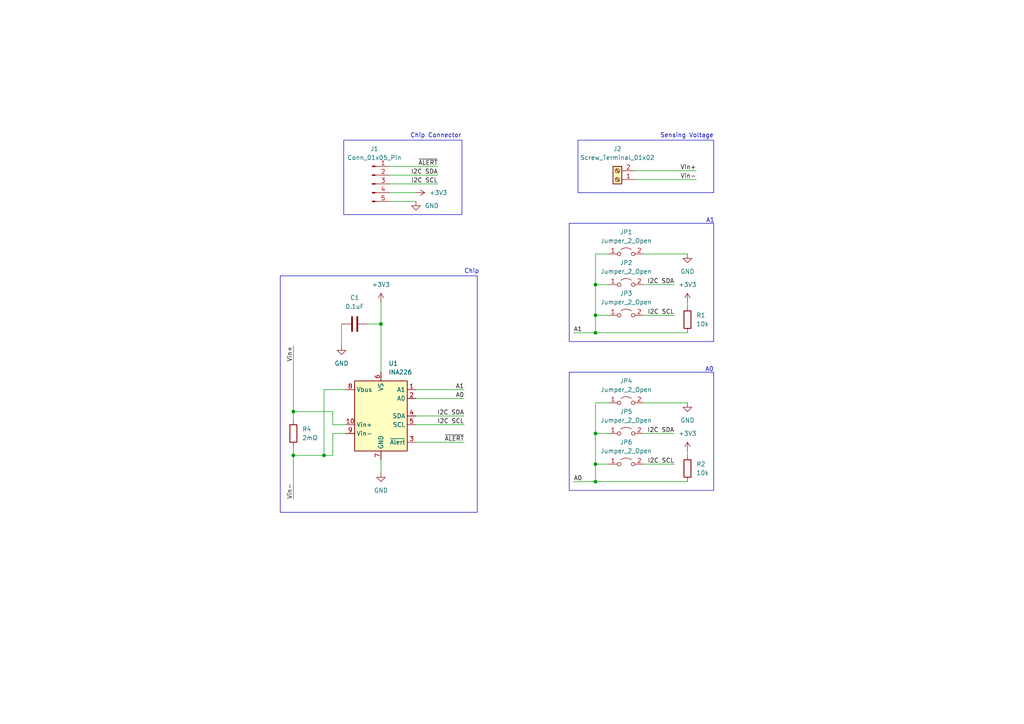
<source format=kicad_sch>
(kicad_sch (version 20230819) (generator eeschema)
  (paper "A4")
  (title_block (title "INA226 Breakout Board") (date "2023-10-07") (rev "1.3") (company "MUREX Robotics") (comment 1 "//VARIT ASAVATHIRATHAM '25") (comment 2 "//INNOVATION UNLEASHED"))
  (lib_symbols
    (symbol "Connector:Conn_01x05_Pin" (pin_names (offset 1.016) hide)
      (property "Reference" "J" (at 0 7.62 0))
      (property "Value" "Conn_01x05_Pin" (at 0 -7.62 0))
      (symbol "Conn_01x05_Pin_1_1"
        (polyline (pts (xy 1.27 -5.08) (xy 0.8636 -5.08)) (stroke (width 0.1524)))
        (polyline (pts (xy 1.27 -2.54) (xy 0.8636 -2.54)) (stroke (width 0.1524)))
        (polyline (pts (xy 1.27 0) (xy 0.8636 0)) (stroke (width 0.1524)))
        (polyline (pts (xy 1.27 2.54) (xy 0.8636 2.54)) (stroke (width 0.1524)))
        (polyline (pts (xy 1.27 5.08) (xy 0.8636 5.08)) (stroke (width 0.1524)))
        (rectangle (start 0.8636 -4.953) (end 0 -5.207) (stroke (width 0.1524)) (fill (type outline)))
        (rectangle (start 0.8636 -2.413) (end 0 -2.667) (stroke (width 0.1524)) (fill (type outline)))
        (rectangle (start 0.8636 0.127) (end 0 -0.127) (stroke (width 0.1524)) (fill (type outline)))
        (rectangle (start 0.8636 2.667) (end 0 2.413) (stroke (width 0.1524)) (fill (type outline)))
        (rectangle (start 0.8636 5.207) (end 0 4.953) (stroke (width 0.1524)) (fill (type outline)))
        (pin passive line (at 5.08 5.08 180) (length 3.81) (name "Pin_1") (number "1"))
        (pin passive line (at 5.08 2.54 180) (length 3.81) (name "Pin_2") (number "2"))
        (pin passive line (at 5.08 0 180) (length 3.81) (name "Pin_3") (number "3"))
        (pin passive line (at 5.08 -2.54 180) (length 3.81) (name "Pin_4") (number "4"))
        (pin passive line (at 5.08 -5.08 180) (length 3.81) (name "Pin_5") (number "5"))
      )
    )
    (symbol "Connector:Screw_Terminal_01x02" (pin_names (offset 1.016) hide)
      (property "Reference" "J" (at 0 2.54 0))
      (property "Value" "Screw_Terminal_01x02" (at 0 -5.08 0))
      (symbol "Screw_Terminal_01x02_1_1"
        (rectangle (start -1.27 1.27) (end 1.27 -3.81) (stroke (width 0.254)) (fill (type background)))
        (circle (center 0 -2.54) (radius 0.635) (stroke (width 0.1524)))
        (polyline (pts (xy -0.5334 -2.2098) (xy 0.3302 -3.048)) (stroke (width 0.1524)))
        (polyline (pts (xy -0.5334 0.3302) (xy 0.3302 -0.508)) (stroke (width 0.1524)))
        (polyline (pts (xy -0.3556 -2.032) (xy 0.508 -2.8702)) (stroke (width 0.1524)))
        (polyline (pts (xy -0.3556 0.508) (xy 0.508 -0.3302)) (stroke (width 0.1524)))
        (circle (center 0 0) (radius 0.635) (stroke (width 0.1524)))
        (pin passive line (at -5.08 0 0) (length 3.81) (name "Pin_1") (number "1"))
        (pin passive line (at -5.08 -2.54 0) (length 3.81) (name "Pin_2") (number "2"))
      )
    )
    (symbol "Device:C" (pin_numbers hide) (pin_names (offset 0.254))
      (property "Reference" "C" (at 0.635 2.54 0))
      (property "Value" "C" (at 0.635 -2.54 0))
      (symbol "C_0_1"
        (polyline (pts (xy -2.032 -0.762) (xy 2.032 -0.762)) (stroke (width 0.508)))
        (polyline (pts (xy -2.032 0.762) (xy 2.032 0.762)) (stroke (width 0.508)))
      )
      (symbol "C_1_1"
        (pin passive line (at 0 3.81 270) (length 2.794) (name "~") (number "1"))
        (pin passive line (at 0 -3.81 90) (length 2.794) (name "~") (number "2"))
      )
    )
    (symbol "Device:R" (pin_numbers hide) (pin_names (offset 0))
      (property "Reference" "R" (at 2.032 0 90))
      (property "Value" "R" (at 0 0 90))
      (symbol "R_0_1"
        (rectangle (start -1.016 -2.54) (end 1.016 2.54) (stroke (width 0.254)))
      )
      (symbol "R_1_1"
        (pin passive line (at 0 3.81 270) (length 1.27) (name "~") (number "1"))
        (pin passive line (at 0 -3.81 90) (length 1.27) (name "~") (number "2"))
      )
    )
    (symbol "Jumper:Jumper_2_Open" (pin_names (offset 0) hide)
      (property "Reference" "JP" (at 0 2.794 0))
      (property "Value" "Jumper_2_Open" (at 0 -2.286 0))
      (symbol "Jumper_2_Open_0_0"
        (circle (center -2.032 0) (radius 0.508))
        (circle (center 2.032 0) (radius 0.508))
      )
      (symbol "Jumper_2_Open_0_1"
        (arc (start 1.524 1.27) (mid 0 1.778) (end -1.524 1.27))
      )
      (symbol "Jumper_2_Open_1_1"
        (pin passive line (at -5.08 0 0) (length 2.54) (name "A") (number "1"))
        (pin passive line (at 5.08 0 180) (length 2.54) (name "B") (number "2"))
      )
    )
    (symbol "Sensor_Energy:INA226"
      (property "Reference" "U" (at -6.35 11.43 0))
      (property "Value" "INA226" (at 3.81 11.43 0))
      (symbol "INA226_0_1"
        (rectangle (start 7.62 10.16) (end -7.62 -10.16) (stroke (width 0.254)) (fill (type background)))
      )
      (symbol "INA226_1_1"
        (pin input line (at 10.16 7.62 180) (length 2.54) (name "A1") (number "1"))
        (pin input line (at -10.16 -2.54 0) (length 2.54) (name "Vin+") (number "10"))
        (pin input line (at 10.16 5.08 180) (length 2.54) (name "A0") (number "2"))
        (pin open_collector line (at 10.16 -7.62 180) (length 2.54) (name "~{Alert}") (number "3"))
        (pin bidirectional line (at 10.16 0 180) (length 2.54) (name "SDA") (number "4"))
        (pin input line (at 10.16 -2.54 180) (length 2.54) (name "SCL") (number "5"))
        (pin power_in line (at 0 12.7 270) (length 2.54) (name "VS") (number "6"))
        (pin power_in line (at 0 -12.7 90) (length 2.54) (name "GND") (number "7"))
        (pin input line (at -10.16 7.62 0) (length 2.54) (name "Vbus") (number "8"))
        (pin input line (at -10.16 -5.08 0) (length 2.54) (name "Vin-") (number "9"))
      )
    )
    (symbol "power:+3V3" (power) (pin_names (offset 0))
      (property "Value" "+3V3" (at 0 3.556 0))
      (symbol "+3V3_0_1"
        (polyline (pts (xy -0.762 1.27) (xy 0 2.54)))
        (polyline (pts (xy 0 0) (xy 0 2.54)))
        (polyline (pts (xy 0 2.54) (xy 0.762 1.27)))
      )
      (symbol "+3V3_1_1"
        (pin power_in line (at 0 0 90) (length 0) hide (name "+3V3") (number "1"))
      )
    )
    (symbol "power:GND" (power) (pin_names (offset 0))
      (property "Value" "GND" (at 0 -3.81 0))
      (symbol "GND_0_1"
        (polyline (pts (xy 0 0) (xy 0 -1.27) (xy 1.27 -1.27) (xy 0 -2.54) (xy -1.27 -1.27) (xy 0 -1.27)))
      )
      (symbol "GND_1_1"
        (pin power_in line (at 0 0 270) (length 0) hide (name "GND") (number "1"))
      )
    )
  )
  (junction (at 172.72 82.55))
  (junction (at 172.72 96.52))
  (junction (at 85.09 132.08))
  (junction (at 110.49 93.98))
  (junction (at 172.72 125.73))
  (junction (at 93.98 132.08))
  (junction (at 172.72 139.7))
  (junction (at 85.09 119.38))
  (junction (at 172.72 91.44))
  (junction (at 172.72 134.62))
  (wire (pts (xy 186.69 82.55) (xy 195.58 82.55)))
  (wire (pts (xy 172.72 116.84) (xy 172.72 125.73)))
  (wire (pts (xy 172.72 116.84) (xy 176.53 116.84)))
  (wire (pts (xy 96.52 123.19) (xy 96.52 119.38)))
  (wire (pts (xy 100.33 113.03) (xy 93.98 113.03)))
  (wire (pts (xy 96.52 132.08) (xy 93.98 132.08)))
  (wire (pts (xy 85.09 129.54) (xy 85.09 132.08)))
  (wire (pts (xy 93.98 113.03) (xy 93.98 132.08)))
  (wire (pts (xy 120.65 113.03) (xy 134.62 113.03)))
  (wire (pts (xy 199.39 130.81) (xy 199.39 132.08)))
  (wire (pts (xy 85.09 119.38) (xy 85.09 121.92)))
  (wire (pts (xy 85.09 132.08) (xy 85.09 144.78)))
  (wire (pts (xy 113.03 50.8) (xy 127 50.8)))
  (wire (pts (xy 120.65 120.65) (xy 134.62 120.65)))
  (wire (pts (xy 186.69 125.73) (xy 195.58 125.73)))
  (wire (pts (xy 172.72 73.66) (xy 176.53 73.66)))
  (wire (pts (xy 120.65 128.27) (xy 134.62 128.27)))
  (wire (pts (xy 172.72 96.52) (xy 199.39 96.52)))
  (wire (pts (xy 186.69 73.66) (xy 199.39 73.66)))
  (wire (pts (xy 184.15 52.07) (xy 201.93 52.07)))
  (wire (pts (xy 176.53 91.44) (xy 172.72 91.44)))
  (wire (pts (xy 186.69 134.62) (xy 195.58 134.62)))
  (wire (pts (xy 186.69 91.44) (xy 195.58 91.44)))
  (wire (pts (xy 100.33 123.19) (xy 96.52 123.19)))
  (wire (pts (xy 85.09 132.08) (xy 93.98 132.08)))
  (wire (pts (xy 110.49 93.98) (xy 110.49 107.95)))
  (wire (pts (xy 172.72 82.55) (xy 176.53 82.55)))
  (wire (pts (xy 172.72 125.73) (xy 172.72 134.62)))
  (wire (pts (xy 106.68 93.98) (xy 110.49 93.98)))
  (wire (pts (xy 176.53 134.62) (xy 172.72 134.62)))
  (wire (pts (xy 172.72 82.55) (xy 172.72 91.44)))
  (wire (pts (xy 85.09 119.38) (xy 96.52 119.38)))
  (wire (pts (xy 100.33 125.73) (xy 96.52 125.73)))
  (wire (pts (xy 172.72 73.66) (xy 172.72 82.55)))
  (wire (pts (xy 113.03 55.88) (xy 120.65 55.88)))
  (wire (pts (xy 113.03 53.34) (xy 127 53.34)))
  (wire (pts (xy 172.72 91.44) (xy 172.72 96.52)))
  (wire (pts (xy 120.65 115.57) (xy 134.62 115.57)))
  (wire (pts (xy 166.37 139.7) (xy 172.72 139.7)))
  (wire (pts (xy 110.49 87.63) (xy 110.49 93.98)))
  (wire (pts (xy 184.15 49.53) (xy 201.93 49.53)))
  (wire (pts (xy 199.39 87.63) (xy 199.39 88.9)))
  (wire (pts (xy 172.72 134.62) (xy 172.72 139.7)))
  (wire (pts (xy 172.72 125.73) (xy 176.53 125.73)))
  (wire (pts (xy 110.49 133.35) (xy 110.49 137.16)))
  (wire (pts (xy 166.37 96.52) (xy 172.72 96.52)))
  (wire (pts (xy 96.52 125.73) (xy 96.52 132.08)))
  (wire (pts (xy 99.06 93.98) (xy 99.06 100.33)))
  (wire (pts (xy 186.69 116.84) (xy 199.39 116.84)))
  (wire (pts (xy 113.03 58.42) (xy 120.65 58.42)))
  (wire (pts (xy 113.03 48.26) (xy 127 48.26)))
  (wire (pts (xy 85.09 100.33) (xy 85.09 119.38)))
  (wire (pts (xy 172.72 139.7) (xy 199.39 139.7)))
  (wire (pts (xy 120.65 123.19) (xy 134.62 123.19)))
  (rectangle (start 165.1 64.77) (end 207.01 99.06))
  (rectangle (start 167.64 40.64) (end 207.01 55.88))
  (rectangle (start 99.695 40.64) (end 133.985 62.23))
  (rectangle (start 81.28 80.01) (end 138.43 148.59))
  (rectangle (start 165.1 107.95) (end 207.01 142.24))
  (text "A0" (at 207.01 107.95 0) (effects (font (size 1.27 1.27)) (justify right bottom)))
  (text "Chip" (at 134.62 79.502 0) (effects (font (size 1.27 1.27)) (justify left bottom)))
  (text "Sensing Voltage" (at 207.01 40.132 0) (effects (font (size 1.27 1.27)) (justify right bottom)))
  (text "A1\n" (at 207.264 64.77 0) (effects (font (size 1.27 1.27)) (justify right bottom)))
  (text "Chip Connector\n" (at 133.858 40.132 0) (effects (font (size 1.27 1.27)) (justify right bottom)))
  (label "I2C SCL" (at 195.58 134.62 180))
  (label "A0" (at 134.62 115.57 180))
  (label "I2C SCL" (at 127 53.34 180))
  (label "Vin+" (at 85.09 100.33 270))
  (label "I2C SDA" (at 195.58 82.55 180))
  (label "I2C SDA" (at 195.58 125.73 180))
  (label "A0" (at 166.37 139.7 0))
  (label "Vin-" (at 85.09 144.78 90))
  (label "Vin-" (at 201.93 52.07 180))
  (label "~{ALERT}" (at 127 48.26 180))
  (label "I2C SDA" (at 134.62 120.65 180))
  (label "~{ALERT}" (at 134.62 128.27 180))
  (label "A1" (at 134.62 113.03 180))
  (label "A1" (at 166.37 96.52 0))
  (label "I2C SCL" (at 195.58 91.44 180))
  (label "Vin+" (at 201.93 49.53 180))
  (label "I2C SDA" (at 127 50.8 180))
  (label "I2C SCL" (at 134.62 123.19 180))
  (symbol (lib_id "Jumper:Jumper_2_Open") (at 181.61 91.44 0) (unit 1)
    (property "Reference" "JP3" (at 181.61 85.09 0))
    (property "Value" "Jumper_2_Open" (at 181.61 87.63 0))
    (property "Footprint" "Jumper:SolderJumper-2_P1.3mm_Open_Pad1.0x1.5mm" (effects hide))
    (property "Description" "Jumper, 2-pole, open" (effects hide))
  )
  (symbol (lib_id "Device:R") (at 199.39 135.89 180) (unit 1)
    (property "Reference" "R2" (at 201.93 134.6199 0) (effects (justify right)))
    (property "Value" "10k" (at 201.93 137.1599 0) (effects (justify right)))
    (property "Footprint" "Resistor_SMD:R_0603_1608Metric" (effects hide))
    (property "Description" "Resistor" (effects hide))
  )
  (symbol (lib_id "Device:R") (at 85.09 125.73 0) (unit 1)
    (property "Reference" "R4" (at 87.63 124.46 0) (effects (justify left)))
    (property "Value" "2mΩ" (at 87.63 127 0) (effects (justify left)))
    (property "Footprint" "Resistor_SMD:R_2512_6332Metric" (effects hide))
    (property "Description" "Resistor" (effects hide))
  )
  (symbol (lib_id "Connector:Screw_Terminal_01x02") (at 179.07 52.07 180) (unit 1)
    (property "Reference" "J2" (at 179.07 43.18 0))
    (property "Value" "Screw_Terminal_01x02" (at 179.07 45.72 0))
    (property "Footprint" "Conn_1935776:CONN_1935776_PXC" (effects hide))
    (property "Description" "Generic screw terminal, single row, 01x02, script generated (kicad-library-utils/schlib/autogen/connector/)" (effects hide))
  )
  (symbol (lib_id "power:GND") (at 99.06 100.33 0) (unit 1)
    (property "Reference" "#PWR01" (effects hide))
    (property "Value" "GND" (at 99.06 105.41 0))
    (property "Description" "Power symbol creates a global label with name \"GND\" , ground" (effects hide))
  )
  (symbol (lib_id "power:+3V3") (at 110.49 87.63 0) (unit 1)
    (property "Reference" "#PWR06" (effects hide))
    (property "Value" "+3V3" (at 110.49 82.55 0))
    (property "Description" "Power symbol creates a global label with name \"+3V3\"" (effects hide))
  )
  (symbol (lib_id "Device:C") (at 102.87 93.98 90) (unit 1)
    (property "Reference" "C1" (at 102.87 86.36 90))
    (property "Value" "0.1uF" (at 102.87 88.9 90))
    (property "Footprint" "Capacitor_SMD:C_0603_1608Metric" (effects hide))
    (property "Description" "Unpolarized capacitor" (effects hide))
  )
  (symbol (lib_id "power:+3V3") (at 199.39 130.81 0) (unit 1)
    (property "Reference" "#PWR09" (effects hide))
    (property "Value" "+3V3" (at 199.39 125.73 0))
    (property "Description" "Power symbol creates a global label with name \"+3V3\"" (effects hide))
  )
  (symbol (lib_id "Jumper:Jumper_2_Open") (at 181.61 116.84 0) (unit 1)
    (property "Reference" "JP4" (at 181.61 110.49 0))
    (property "Value" "Jumper_2_Open" (at 181.61 113.03 0))
    (property "Footprint" "Jumper:SolderJumper-2_P1.3mm_Open_Pad1.0x1.5mm" (effects hide))
    (property "Description" "Jumper, 2-pole, open" (effects hide))
  )
  (symbol (lib_id "power:GND") (at 199.39 116.84 0) (unit 1)
    (property "Reference" "#PWR08" (effects hide))
    (property "Value" "GND" (at 199.39 121.92 0))
    (property "Description" "Power symbol creates a global label with name \"GND\" , ground" (effects hide))
  )
  (symbol (lib_id "Jumper:Jumper_2_Open") (at 181.61 82.55 0) (unit 1)
    (property "Reference" "JP2" (at 181.61 76.2 0))
    (property "Value" "Jumper_2_Open" (at 181.61 78.74 0))
    (property "Footprint" "Jumper:SolderJumper-2_P1.3mm_Open_Pad1.0x1.5mm" (effects hide))
    (property "Description" "Jumper, 2-pole, open" (effects hide))
  )
  (symbol (lib_id "Device:R") (at 199.39 92.71 180) (unit 1)
    (property "Reference" "R1" (at 201.93 91.4399 0) (effects (justify right)))
    (property "Value" "10k" (at 201.93 93.9799 0) (effects (justify right)))
    (property "Footprint" "Resistor_SMD:R_0603_1608Metric" (effects hide))
    (property "Description" "Resistor" (effects hide))
  )
  (symbol (lib_id "power:GND") (at 120.65 58.42 0) (unit 1)
    (property "Reference" "#PWR011" (effects hide))
    (property "Value" "GND" (at 123.19 59.6899 0) (effects (justify left)))
    (property "Description" "Power symbol creates a global label with name \"GND\" , ground" (effects hide))
  )
  (symbol (lib_id "Jumper:Jumper_2_Open") (at 181.61 134.62 0) (unit 1)
    (property "Reference" "JP6" (at 181.61 128.27 0))
    (property "Value" "Jumper_2_Open" (at 181.61 130.81 0))
    (property "Footprint" "Jumper:SolderJumper-2_P1.3mm_Open_Pad1.0x1.5mm" (effects hide))
    (property "Description" "Jumper, 2-pole, open" (effects hide))
  )
  (symbol (lib_id "Jumper:Jumper_2_Open") (at 181.61 125.73 0) (unit 1)
    (property "Reference" "JP5" (at 181.61 119.38 0))
    (property "Value" "Jumper_2_Open" (at 181.61 121.92 0))
    (property "Footprint" "Jumper:SolderJumper-2_P1.3mm_Open_Pad1.0x1.5mm" (effects hide))
    (property "Description" "Jumper, 2-pole, open" (effects hide))
  )
  (symbol (lib_id "Connector:Conn_01x05_Pin") (at 107.95 53.34 0) (unit 1)
    (property "Reference" "J1" (at 108.585 43.18 0))
    (property "Value" "Conn_01x05_Pin" (at 108.585 45.72 0))
    (property "Footprint" "Connector_PinHeader_2.54mm:PinHeader_1x05_P2.54mm_Vertical" (effects hide))
    (property "Description" "Generic connector, single row, 01x05, script generated" (effects hide))
  )
  (symbol (lib_id "Sensor_Energy:INA226") (at 110.49 120.65 0) (unit 1)
    (property "Reference" "U1" (at 112.6841 105.41 0) (effects (justify left)))
    (property "Value" "INA226" (at 112.6841 107.95 0) (effects (justify left)))
    (property "Footprint" "Package_SO:VSSOP-10_3x3mm_P0.5mm" (effects hide))
    (property "Datasheet" "http://www.ti.com/lit/ds/symlink/ina226.pdf" (effects hide))
    (property "Description" "High-Side or Low-Side Measurement, Bi-Directional Current and Power Monitor (0-36V) with I2C Compatible Interface, VSSOP-10" (effects hide))
  )
  (symbol (lib_id "power:+3V3") (at 199.39 87.63 0) (unit 1)
    (property "Reference" "#PWR04" (effects hide))
    (property "Value" "+3V3" (at 199.39 82.55 0))
    (property "Description" "Power symbol creates a global label with name \"+3V3\"" (effects hide))
  )
  (symbol (lib_id "power:+3V3") (at 120.65 55.88 270) (unit 1)
    (property "Reference" "#PWR010" (effects hide))
    (property "Value" "+3V3" (at 124.46 55.8799 90) (effects (justify left)))
    (property "Description" "Power symbol creates a global label with name \"+3V3\"" (effects hide))
  )
  (symbol (lib_id "power:GND") (at 110.49 137.16 0) (unit 1)
    (property "Reference" "#PWR02" (effects hide))
    (property "Value" "GND" (at 110.49 142.24 0))
    (property "Description" "Power symbol creates a global label with name \"GND\" , ground" (effects hide))
  )
  (symbol (lib_id "Jumper:Jumper_2_Open") (at 181.61 73.66 0) (unit 1)
    (property "Reference" "JP1" (at 181.61 67.31 0))
    (property "Value" "Jumper_2_Open" (at 181.61 69.85 0))
    (property "Footprint" "Jumper:SolderJumper-2_P1.3mm_Open_Pad1.0x1.5mm" (effects hide))
    (property "Description" "Jumper, 2-pole, open" (effects hide))
  )
  (symbol (lib_id "power:GND") (at 199.39 73.66 0) (unit 1)
    (property "Reference" "#PWR03" (effects hide))
    (property "Value" "GND" (at 199.39 78.74 0))
    (property "Description" "Power symbol creates a global label with name \"GND\" , ground" (effects hide))
  )
)
</source>
